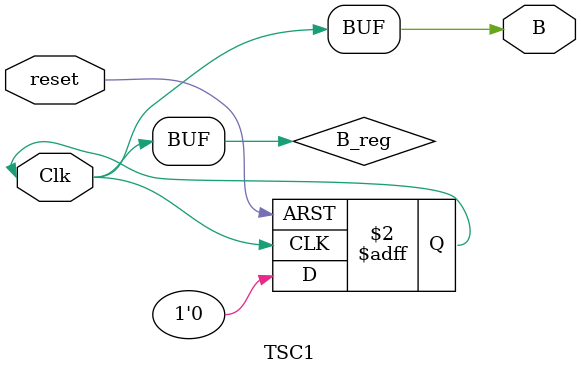
<source format=v>
module TSC1 (Clk, reset , B);

  
 
  input Clk;
  input reset;


  output B;


  assign B = Clk;

  reg B_reg;
  
  always @(posedge Clk or posedge reset) begin
    if (reset)
      B_reg = 0;
    else if (1)
      B_reg = 0;
  end
  
  assign B = B_reg;
endmodule 


</source>
